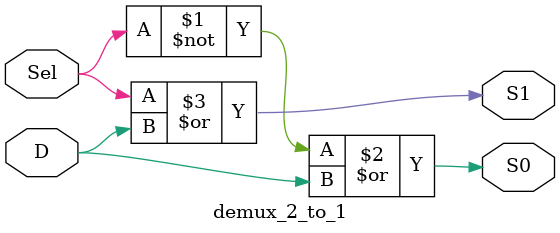
<source format=v>
module demux_2_to_1(
  input  wire Sel,
  input  wire D,
  output wire S0,
  output wire S1
);

  assign S0 = ~Sel | D;
  assign S1 =  Sel | D;

endmodule

</source>
